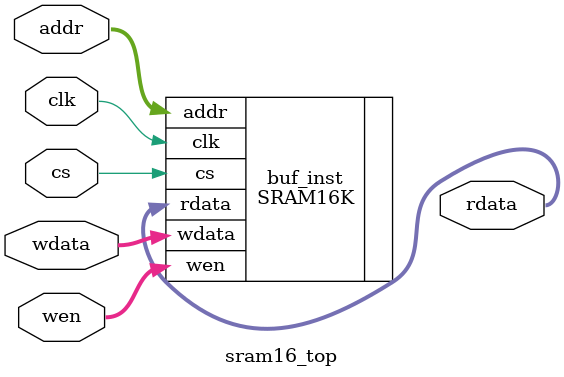
<source format=v>
module sram16_top(
    `ifdef USE_POWER_PINS
    inout vccd1,
    inout vssd1,
    `endif

    input wire clk,
    input wire  [11:0]  addr,
    input wire  [31:0]  wdata,
    input wire          cs,
    input wire  [3:0]   wen,

    output wire [31:0]  rdata
);
    SRAM16K buf_inst(
    `ifdef USE_POWER_PINS
        .VPWR(vccd1),
        .VGND(vssd1),
    `endif
        .clk(clk),
        .addr(addr),
        .wdata(wdata),
        .cs(cs),
        .wen(wen),

        .rdata(rdata)
    );

endmodule

</source>
